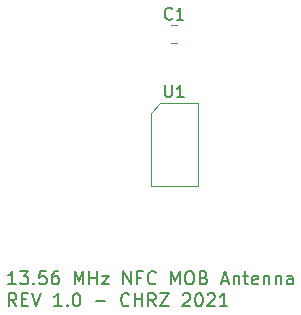
<source format=gto>
G04 #@! TF.GenerationSoftware,KiCad,Pcbnew,5.1.10*
G04 #@! TF.CreationDate,2021-10-22T12:48:28+02:00*
G04 #@! TF.ProjectId,rfid-breakout,72666964-2d62-4726-9561-6b6f75742e6b,rev?*
G04 #@! TF.SameCoordinates,Original*
G04 #@! TF.FileFunction,Legend,Top*
G04 #@! TF.FilePolarity,Positive*
%FSLAX46Y46*%
G04 Gerber Fmt 4.6, Leading zero omitted, Abs format (unit mm)*
G04 Created by KiCad (PCBNEW 5.1.10) date 2021-10-22 12:48:28*
%MOMM*%
%LPD*%
G01*
G04 APERTURE LIST*
%ADD10C,0.200000*%
%ADD11C,0.120000*%
%ADD12C,0.150000*%
G04 APERTURE END LIST*
D10*
X133218095Y-111697619D02*
X132589523Y-111697619D01*
X132903809Y-111697619D02*
X132903809Y-110597619D01*
X132799047Y-110754761D01*
X132694285Y-110859523D01*
X132589523Y-110911904D01*
X133584761Y-110597619D02*
X134265714Y-110597619D01*
X133899047Y-111016666D01*
X134056190Y-111016666D01*
X134160952Y-111069047D01*
X134213333Y-111121428D01*
X134265714Y-111226190D01*
X134265714Y-111488095D01*
X134213333Y-111592857D01*
X134160952Y-111645238D01*
X134056190Y-111697619D01*
X133741904Y-111697619D01*
X133637142Y-111645238D01*
X133584761Y-111592857D01*
X134737142Y-111592857D02*
X134789523Y-111645238D01*
X134737142Y-111697619D01*
X134684761Y-111645238D01*
X134737142Y-111592857D01*
X134737142Y-111697619D01*
X135784761Y-110597619D02*
X135260952Y-110597619D01*
X135208571Y-111121428D01*
X135260952Y-111069047D01*
X135365714Y-111016666D01*
X135627619Y-111016666D01*
X135732380Y-111069047D01*
X135784761Y-111121428D01*
X135837142Y-111226190D01*
X135837142Y-111488095D01*
X135784761Y-111592857D01*
X135732380Y-111645238D01*
X135627619Y-111697619D01*
X135365714Y-111697619D01*
X135260952Y-111645238D01*
X135208571Y-111592857D01*
X136780000Y-110597619D02*
X136570476Y-110597619D01*
X136465714Y-110650000D01*
X136413333Y-110702380D01*
X136308571Y-110859523D01*
X136256190Y-111069047D01*
X136256190Y-111488095D01*
X136308571Y-111592857D01*
X136360952Y-111645238D01*
X136465714Y-111697619D01*
X136675238Y-111697619D01*
X136780000Y-111645238D01*
X136832380Y-111592857D01*
X136884761Y-111488095D01*
X136884761Y-111226190D01*
X136832380Y-111121428D01*
X136780000Y-111069047D01*
X136675238Y-111016666D01*
X136465714Y-111016666D01*
X136360952Y-111069047D01*
X136308571Y-111121428D01*
X136256190Y-111226190D01*
X138194285Y-111697619D02*
X138194285Y-110597619D01*
X138560952Y-111383333D01*
X138927619Y-110597619D01*
X138927619Y-111697619D01*
X139451428Y-111697619D02*
X139451428Y-110597619D01*
X139451428Y-111121428D02*
X140080000Y-111121428D01*
X140080000Y-111697619D02*
X140080000Y-110597619D01*
X140499047Y-110964285D02*
X141075238Y-110964285D01*
X140499047Y-111697619D01*
X141075238Y-111697619D01*
X142332380Y-111697619D02*
X142332380Y-110597619D01*
X142960952Y-111697619D01*
X142960952Y-110597619D01*
X143851428Y-111121428D02*
X143484761Y-111121428D01*
X143484761Y-111697619D02*
X143484761Y-110597619D01*
X144008571Y-110597619D01*
X145056190Y-111592857D02*
X145003809Y-111645238D01*
X144846666Y-111697619D01*
X144741904Y-111697619D01*
X144584761Y-111645238D01*
X144480000Y-111540476D01*
X144427619Y-111435714D01*
X144375238Y-111226190D01*
X144375238Y-111069047D01*
X144427619Y-110859523D01*
X144480000Y-110754761D01*
X144584761Y-110650000D01*
X144741904Y-110597619D01*
X144846666Y-110597619D01*
X145003809Y-110650000D01*
X145056190Y-110702380D01*
X146365714Y-111697619D02*
X146365714Y-110597619D01*
X146732380Y-111383333D01*
X147099047Y-110597619D01*
X147099047Y-111697619D01*
X147832380Y-110597619D02*
X148041904Y-110597619D01*
X148146666Y-110650000D01*
X148251428Y-110754761D01*
X148303809Y-110964285D01*
X148303809Y-111330952D01*
X148251428Y-111540476D01*
X148146666Y-111645238D01*
X148041904Y-111697619D01*
X147832380Y-111697619D01*
X147727619Y-111645238D01*
X147622857Y-111540476D01*
X147570476Y-111330952D01*
X147570476Y-110964285D01*
X147622857Y-110754761D01*
X147727619Y-110650000D01*
X147832380Y-110597619D01*
X149141904Y-111121428D02*
X149299047Y-111173809D01*
X149351428Y-111226190D01*
X149403809Y-111330952D01*
X149403809Y-111488095D01*
X149351428Y-111592857D01*
X149299047Y-111645238D01*
X149194285Y-111697619D01*
X148775238Y-111697619D01*
X148775238Y-110597619D01*
X149141904Y-110597619D01*
X149246666Y-110650000D01*
X149299047Y-110702380D01*
X149351428Y-110807142D01*
X149351428Y-110911904D01*
X149299047Y-111016666D01*
X149246666Y-111069047D01*
X149141904Y-111121428D01*
X148775238Y-111121428D01*
X150660952Y-111383333D02*
X151184761Y-111383333D01*
X150556190Y-111697619D02*
X150922857Y-110597619D01*
X151289523Y-111697619D01*
X151656190Y-110964285D02*
X151656190Y-111697619D01*
X151656190Y-111069047D02*
X151708571Y-111016666D01*
X151813333Y-110964285D01*
X151970476Y-110964285D01*
X152075238Y-111016666D01*
X152127619Y-111121428D01*
X152127619Y-111697619D01*
X152494285Y-110964285D02*
X152913333Y-110964285D01*
X152651428Y-110597619D02*
X152651428Y-111540476D01*
X152703809Y-111645238D01*
X152808571Y-111697619D01*
X152913333Y-111697619D01*
X153699047Y-111645238D02*
X153594285Y-111697619D01*
X153384761Y-111697619D01*
X153280000Y-111645238D01*
X153227619Y-111540476D01*
X153227619Y-111121428D01*
X153280000Y-111016666D01*
X153384761Y-110964285D01*
X153594285Y-110964285D01*
X153699047Y-111016666D01*
X153751428Y-111121428D01*
X153751428Y-111226190D01*
X153227619Y-111330952D01*
X154222857Y-110964285D02*
X154222857Y-111697619D01*
X154222857Y-111069047D02*
X154275238Y-111016666D01*
X154380000Y-110964285D01*
X154537142Y-110964285D01*
X154641904Y-111016666D01*
X154694285Y-111121428D01*
X154694285Y-111697619D01*
X155218095Y-110964285D02*
X155218095Y-111697619D01*
X155218095Y-111069047D02*
X155270476Y-111016666D01*
X155375238Y-110964285D01*
X155532380Y-110964285D01*
X155637142Y-111016666D01*
X155689523Y-111121428D01*
X155689523Y-111697619D01*
X156684761Y-111697619D02*
X156684761Y-111121428D01*
X156632380Y-111016666D01*
X156527619Y-110964285D01*
X156318095Y-110964285D01*
X156213333Y-111016666D01*
X156684761Y-111645238D02*
X156580000Y-111697619D01*
X156318095Y-111697619D01*
X156213333Y-111645238D01*
X156160952Y-111540476D01*
X156160952Y-111435714D01*
X156213333Y-111330952D01*
X156318095Y-111278571D01*
X156580000Y-111278571D01*
X156684761Y-111226190D01*
X133270476Y-113547619D02*
X132903809Y-113023809D01*
X132641904Y-113547619D02*
X132641904Y-112447619D01*
X133060952Y-112447619D01*
X133165714Y-112500000D01*
X133218095Y-112552380D01*
X133270476Y-112657142D01*
X133270476Y-112814285D01*
X133218095Y-112919047D01*
X133165714Y-112971428D01*
X133060952Y-113023809D01*
X132641904Y-113023809D01*
X133741904Y-112971428D02*
X134108571Y-112971428D01*
X134265714Y-113547619D02*
X133741904Y-113547619D01*
X133741904Y-112447619D01*
X134265714Y-112447619D01*
X134580000Y-112447619D02*
X134946666Y-113547619D01*
X135313333Y-112447619D01*
X137094285Y-113547619D02*
X136465714Y-113547619D01*
X136780000Y-113547619D02*
X136780000Y-112447619D01*
X136675238Y-112604761D01*
X136570476Y-112709523D01*
X136465714Y-112761904D01*
X137565714Y-113442857D02*
X137618095Y-113495238D01*
X137565714Y-113547619D01*
X137513333Y-113495238D01*
X137565714Y-113442857D01*
X137565714Y-113547619D01*
X138299047Y-112447619D02*
X138403809Y-112447619D01*
X138508571Y-112500000D01*
X138560952Y-112552380D01*
X138613333Y-112657142D01*
X138665714Y-112866666D01*
X138665714Y-113128571D01*
X138613333Y-113338095D01*
X138560952Y-113442857D01*
X138508571Y-113495238D01*
X138403809Y-113547619D01*
X138299047Y-113547619D01*
X138194285Y-113495238D01*
X138141904Y-113442857D01*
X138089523Y-113338095D01*
X138037142Y-113128571D01*
X138037142Y-112866666D01*
X138089523Y-112657142D01*
X138141904Y-112552380D01*
X138194285Y-112500000D01*
X138299047Y-112447619D01*
X139975238Y-113128571D02*
X140813333Y-113128571D01*
X142803809Y-113442857D02*
X142751428Y-113495238D01*
X142594285Y-113547619D01*
X142489523Y-113547619D01*
X142332380Y-113495238D01*
X142227619Y-113390476D01*
X142175238Y-113285714D01*
X142122857Y-113076190D01*
X142122857Y-112919047D01*
X142175238Y-112709523D01*
X142227619Y-112604761D01*
X142332380Y-112500000D01*
X142489523Y-112447619D01*
X142594285Y-112447619D01*
X142751428Y-112500000D01*
X142803809Y-112552380D01*
X143275238Y-113547619D02*
X143275238Y-112447619D01*
X143275238Y-112971428D02*
X143903809Y-112971428D01*
X143903809Y-113547619D02*
X143903809Y-112447619D01*
X145056190Y-113547619D02*
X144689523Y-113023809D01*
X144427619Y-113547619D02*
X144427619Y-112447619D01*
X144846666Y-112447619D01*
X144951428Y-112500000D01*
X145003809Y-112552380D01*
X145056190Y-112657142D01*
X145056190Y-112814285D01*
X145003809Y-112919047D01*
X144951428Y-112971428D01*
X144846666Y-113023809D01*
X144427619Y-113023809D01*
X145422857Y-112447619D02*
X146156190Y-112447619D01*
X145422857Y-113547619D01*
X146156190Y-113547619D01*
X147360952Y-112552380D02*
X147413333Y-112500000D01*
X147518095Y-112447619D01*
X147780000Y-112447619D01*
X147884761Y-112500000D01*
X147937142Y-112552380D01*
X147989523Y-112657142D01*
X147989523Y-112761904D01*
X147937142Y-112919047D01*
X147308571Y-113547619D01*
X147989523Y-113547619D01*
X148670476Y-112447619D02*
X148775238Y-112447619D01*
X148880000Y-112500000D01*
X148932380Y-112552380D01*
X148984761Y-112657142D01*
X149037142Y-112866666D01*
X149037142Y-113128571D01*
X148984761Y-113338095D01*
X148932380Y-113442857D01*
X148880000Y-113495238D01*
X148775238Y-113547619D01*
X148670476Y-113547619D01*
X148565714Y-113495238D01*
X148513333Y-113442857D01*
X148460952Y-113338095D01*
X148408571Y-113128571D01*
X148408571Y-112866666D01*
X148460952Y-112657142D01*
X148513333Y-112552380D01*
X148565714Y-112500000D01*
X148670476Y-112447619D01*
X149456190Y-112552380D02*
X149508571Y-112500000D01*
X149613333Y-112447619D01*
X149875238Y-112447619D01*
X149980000Y-112500000D01*
X150032380Y-112552380D01*
X150084761Y-112657142D01*
X150084761Y-112761904D01*
X150032380Y-112919047D01*
X149403809Y-113547619D01*
X150084761Y-113547619D01*
X151132380Y-113547619D02*
X150503809Y-113547619D01*
X150818095Y-113547619D02*
X150818095Y-112447619D01*
X150713333Y-112604761D01*
X150608571Y-112709523D01*
X150503809Y-112761904D01*
D11*
X146363748Y-89765000D02*
X146886252Y-89765000D01*
X146363748Y-91235000D02*
X146886252Y-91235000D01*
X144625000Y-103375000D02*
X144625000Y-97175000D01*
X148625000Y-103375000D02*
X144625000Y-103375000D01*
X148625000Y-96375000D02*
X148625000Y-103375000D01*
X145425000Y-96375000D02*
X148625000Y-96375000D01*
X144625000Y-97175000D02*
X145425000Y-96375000D01*
D12*
X146458333Y-89177142D02*
X146410714Y-89224761D01*
X146267857Y-89272380D01*
X146172619Y-89272380D01*
X146029761Y-89224761D01*
X145934523Y-89129523D01*
X145886904Y-89034285D01*
X145839285Y-88843809D01*
X145839285Y-88700952D01*
X145886904Y-88510476D01*
X145934523Y-88415238D01*
X146029761Y-88320000D01*
X146172619Y-88272380D01*
X146267857Y-88272380D01*
X146410714Y-88320000D01*
X146458333Y-88367619D01*
X147410714Y-89272380D02*
X146839285Y-89272380D01*
X147125000Y-89272380D02*
X147125000Y-88272380D01*
X147029761Y-88415238D01*
X146934523Y-88510476D01*
X146839285Y-88558095D01*
X145863095Y-94827380D02*
X145863095Y-95636904D01*
X145910714Y-95732142D01*
X145958333Y-95779761D01*
X146053571Y-95827380D01*
X146244047Y-95827380D01*
X146339285Y-95779761D01*
X146386904Y-95732142D01*
X146434523Y-95636904D01*
X146434523Y-94827380D01*
X147434523Y-95827380D02*
X146863095Y-95827380D01*
X147148809Y-95827380D02*
X147148809Y-94827380D01*
X147053571Y-94970238D01*
X146958333Y-95065476D01*
X146863095Y-95113095D01*
M02*

</source>
